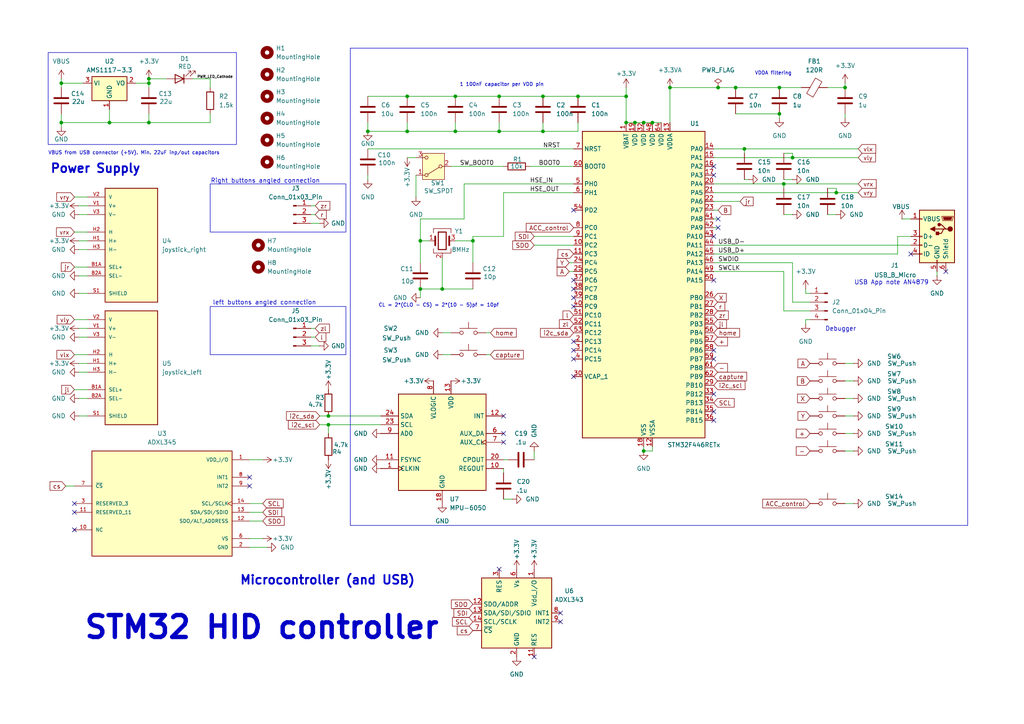
<source format=kicad_sch>
(kicad_sch (version 20250114) (generator "eeschema") (generator_version "9.0")
  (paper "A4")
  (title_block (title "STM32 HID Controller PCB") (date "1/7/26") (rev "0.1"))
  (rectangle (start 13.97 15.24) (end 68.58 41.91))
  (rectangle (start 101.6 13.97) (end 280.67 152.4))
  (rectangle (start 60.96 53.34) (end 100.33 67.31))
  (rectangle (start 60.96 88.9) (end 100.33 102.87))
  (text "1 100nF capacitor per VDD pin" (at 145.542 24.638 0) (effects (font (size 1.016 1.016))))
  (text "VDDA filtering" (at 224.282 21.336 0) (effects (font (size 1.016 1.016))))
  (text "Debugger\n" (at 243.84 95.504 0) (effects (font (size 1.27 1.27))))
  (text "Microcontroller (and USB)" (at 94.996 168.402 0) (effects (font (size 2.54 2.54) (thickness 0.508) (bold yes))))
  (text "Power Supply" (at 27.686 49.022 0) (effects (font (size 2.54 2.54) (thickness 0.508) (bold yes))))
  (text "CL = 2*(CLO - CS) = 2*(10 - 5)pf = 10pf" (at 127.254 88.646 0) (effects (font (size 1.016 1.016))))
  (text "USB App note AN4879" (at 258.572 82.042 0) (effects (font (size 1.27 1.27))))
  (text "left buttons angled connection\n" (at 76.708 87.884 0) (effects (font (size 1.27 1.27))))
  (text "Right buttons angled connection\n" (at 76.962 52.578 0) (effects (font (size 1.27 1.27))))
  (text "STM32 HID controller" (at 75.946 182.118 0) (effects (font (size 6.35 6.35) (thickness 1.27) (bold yes))))
  (text "VBUS from USB connector (+5V). Min. 22uF inp/out capacitors" (at 38.862 44.45 0) (effects (font (size 1.016 1.016))))
  (junction (at 17.78 35.56))
  (junction (at 137.16 69.85))
  (junction (at 17.78 24.13))
  (junction (at 128.27 83.82))
  (junction (at 157.48 27.94))
  (junction (at 118.11 27.94))
  (junction (at 43.18 35.56))
  (junction (at 181.61 35.56))
  (junction (at 106.68 38.1))
  (junction (at 121.92 69.85))
  (junction (at 167.64 27.94))
  (junction (at 215.9 43.18))
  (junction (at 226.06 25.4))
  (junction (at 132.08 38.1))
  (junction (at 181.61 27.94))
  (junction (at 118.11 38.1))
  (junction (at 184.15 35.56))
  (junction (at 132.08 27.94))
  (junction (at 242.57 55.88))
  (junction (at 144.78 38.1))
  (junction (at 43.18 22.86))
  (junction (at 194.31 25.4))
  (junction (at 31.75 35.56))
  (junction (at 189.23 35.56))
  (junction (at 227.33 53.34))
  (junction (at 144.78 27.94))
  (junction (at 226.06 33.02))
  (junction (at 208.28 25.4))
  (junction (at 186.69 130.81))
  (junction (at 121.92 83.82))
  (junction (at 157.48 38.1))
  (junction (at 213.36 25.4))
  (junction (at 95.25 120.65))
  (junction (at 245.11 25.4))
  (junction (at 43.18 24.13))
  (junction (at 95.25 123.19))
  (junction (at 229.87 45.72))
  (junction (at 186.69 35.56))
  (no_connect (at 207.01 104.14))
  (no_connect (at 154.94 190.5))
  (no_connect (at 72.39 140.97))
  (no_connect (at 207.01 50.8))
  (no_connect (at 146.05 128.27))
  (no_connect (at 144.78 165.1))
  (no_connect (at 21.59 153.67))
  (no_connect (at 207.01 81.28))
  (no_connect (at 208.28 63.5))
  (no_connect (at 166.37 83.82))
  (no_connect (at 274.32 78.74))
  (no_connect (at 166.37 99.06))
  (no_connect (at 264.16 73.66))
  (no_connect (at 166.37 81.28))
  (no_connect (at 207.01 68.58))
  (no_connect (at 72.39 138.43))
  (no_connect (at 166.37 104.14))
  (no_connect (at 21.59 148.59))
  (no_connect (at 207.01 101.6))
  (no_connect (at 146.05 125.73))
  (no_connect (at 166.37 109.22))
  (no_connect (at 21.59 146.05))
  (no_connect (at 162.56 180.34))
  (no_connect (at 208.28 66.04))
  (no_connect (at 166.37 101.6))
  (no_connect (at 166.37 88.9))
  (no_connect (at 207.01 114.3))
  (no_connect (at 162.56 177.8))
  (no_connect (at 146.05 120.65))
  (no_connect (at 207.01 121.92))
  (no_connect (at 166.37 60.96))
  (no_connect (at 207.01 119.38))
  (no_connect (at 166.37 86.36))
  (no_connect (at 207.01 48.26))
  (wire (pts (xy 90.17 64.77) (xy 92.71 64.77)))
  (wire (pts (xy 72.39 158.75) (xy 77.47 158.75)))
  (wire (pts (xy 167.64 27.94) (xy 181.61 27.94)))
  (wire (pts (xy 245.11 24.13) (xy 245.11 25.4)))
  (wire (pts (xy 76.2 151.13) (xy 72.39 151.13)))
  (wire (pts (xy 234.95 85.09) (xy 233.68 85.09)))
  (wire (pts (xy 92.71 123.19) (xy 95.25 123.19)))
  (wire (pts (xy 31.75 35.56) (xy 43.18 35.56)))
  (wire (pts (xy 118.11 45.72) (xy 120.65 45.72)))
  (wire (pts (xy 95.25 120.65) (xy 110.49 120.65)))
  (wire (pts (xy 215.9 52.07) (xy 217.17 52.07)))
  (wire (pts (xy 208.28 63.5) (xy 207.01 63.5)))
  (wire (pts (xy 245.11 130.81) (xy 247.65 130.81)))
  (wire (pts (xy 181.61 35.56) (xy 184.15 35.56)))
  (wire (pts (xy 120.65 50.8) (xy 120.65 57.15)))
  (wire (pts (xy 90.17 59.69) (xy 91.44 59.69)))
  (wire (pts (xy 106.68 50.8) (xy 106.68 52.07)))
  (wire (pts (xy 208.28 25.4) (xy 213.36 25.4)))
  (wire (pts (xy 208.28 66.04) (xy 207.01 66.04)))
  (wire (pts (xy 137.16 69.85) (xy 137.16 76.2)))
  (wire (pts (xy 128.27 96.52) (xy 130.81 96.52)))
  (wire (pts (xy 22.86 85.09) (xy 25.4 85.09)))
  (wire (pts (xy 229.87 45.72) (xy 229.87 44.45)))
  (wire (pts (xy 240.03 25.4) (xy 245.11 25.4)))
  (wire (pts (xy 207.01 58.42) (xy 214.63 58.42)))
  (wire (pts (xy 118.11 27.94) (xy 132.08 27.94)))
  (wire (pts (xy 165.1 78.74) (xy 166.37 78.74)))
  (wire (pts (xy 22.86 105.41) (xy 25.4 105.41)))
  (wire (pts (xy 194.31 25.4) (xy 194.31 35.56)))
  (wire (pts (xy 245.11 120.65) (xy 247.65 120.65)))
  (wire (pts (xy 154.94 71.12) (xy 166.37 71.12)))
  (wire (pts (xy 76.2 146.05) (xy 72.39 146.05)))
  (wire (pts (xy 146.05 55.88) (xy 166.37 55.88)))
  (wire (pts (xy 106.68 43.18) (xy 166.37 43.18)))
  (wire (pts (xy 21.59 102.87) (xy 25.4 102.87)))
  (wire (pts (xy 90.17 100.33) (xy 92.71 100.33)))
  (wire (pts (xy 229.87 45.72) (xy 248.92 45.72)))
  (wire (pts (xy 132.08 38.1) (xy 144.78 38.1)))
  (wire (pts (xy 140.97 96.52) (xy 142.24 96.52)))
  (wire (pts (xy 22.86 115.57) (xy 25.4 115.57)))
  (wire (pts (xy 186.69 129.54) (xy 186.69 130.81)))
  (wire (pts (xy 121.92 69.85) (xy 121.92 76.2)))
  (wire (pts (xy 21.59 77.47) (xy 25.4 77.47)))
  (wire (pts (xy 17.78 35.56) (xy 31.75 35.56)))
  (wire (pts (xy 153.67 48.26) (xy 166.37 48.26)))
  (wire (pts (xy 128.27 74.93) (xy 128.27 83.82)))
  (wire (pts (xy 154.94 133.35) (xy 154.94 130.81)))
  (wire (pts (xy 189.23 35.56) (xy 191.77 35.56)))
  (wire (pts (xy 17.78 33.02) (xy 17.78 35.56)))
  (wire (pts (xy 106.68 27.94) (xy 118.11 27.94)))
  (wire (pts (xy 229.87 76.2) (xy 229.87 87.63)))
  (wire (pts (xy 22.86 107.95) (xy 25.4 107.95)))
  (wire (pts (xy 234.95 92.71) (xy 233.68 92.71)))
  (wire (pts (xy 121.92 83.82) (xy 121.92 86.36)))
  (wire (pts (xy 22.86 95.25) (xy 25.4 95.25)))
  (wire (pts (xy 22.86 62.23) (xy 25.4 62.23)))
  (wire (pts (xy 21.59 67.31) (xy 25.4 67.31)))
  (wire (pts (xy 260.35 73.66) (xy 260.35 68.58)))
  (wire (pts (xy 43.18 22.86) (xy 43.18 24.13)))
  (wire (pts (xy 240.03 62.23) (xy 242.57 62.23)))
  (wire (pts (xy 215.9 43.18) (xy 215.9 44.45)))
  (wire (pts (xy 227.33 78.74) (xy 227.33 90.17)))
  (wire (pts (xy 17.78 24.13) (xy 24.13 24.13)))
  (wire (pts (xy 21.59 113.03) (xy 25.4 113.03)))
  (wire (pts (xy 189.23 130.81) (xy 189.23 129.54)))
  (wire (pts (xy 128.27 83.82) (xy 137.16 83.82)))
  (wire (pts (xy 154.94 68.58) (xy 166.37 68.58)))
  (wire (pts (xy 17.78 22.86) (xy 17.78 24.13)))
  (wire (pts (xy 22.86 97.79) (xy 25.4 97.79)))
  (wire (pts (xy 157.48 38.1) (xy 167.64 38.1)))
  (wire (pts (xy 31.75 31.75) (xy 31.75 35.56)))
  (wire (pts (xy 242.57 55.88) (xy 248.92 55.88)))
  (wire (pts (xy 124.46 69.85) (xy 121.92 69.85)))
  (wire (pts (xy 245.11 105.41) (xy 247.65 105.41)))
  (wire (pts (xy 146.05 55.88) (xy 146.05 68.58)))
  (wire (pts (xy 121.92 83.82) (xy 128.27 83.82)))
  (wire (pts (xy 260.35 68.58) (xy 264.16 68.58)))
  (wire (pts (xy 227.33 53.34) (xy 227.33 54.61)))
  (wire (pts (xy 245.11 125.73) (xy 247.65 125.73)))
  (wire (pts (xy 157.48 35.56) (xy 157.48 38.1)))
  (wire (pts (xy 95.25 123.19) (xy 95.25 125.73)))
  (wire (pts (xy 181.61 27.94) (xy 181.61 35.56)))
  (wire (pts (xy 22.86 72.39) (xy 25.4 72.39)))
  (wire (pts (xy 140.97 102.87) (xy 142.24 102.87)))
  (wire (pts (xy 229.87 87.63) (xy 234.95 87.63)))
  (wire (pts (xy 121.92 63.5) (xy 134.62 63.5)))
  (wire (pts (xy 207.01 53.34) (xy 227.33 53.34)))
  (wire (pts (xy 76.2 156.21) (xy 72.39 156.21)))
  (wire (pts (xy 22.86 59.69) (xy 25.4 59.69)))
  (wire (pts (xy 186.69 130.81) (xy 189.23 130.81)))
  (wire (pts (xy 43.18 22.86) (xy 48.26 22.86)))
  (wire (pts (xy 207.01 55.88) (xy 242.57 55.88)))
  (wire (pts (xy 137.16 68.58) (xy 146.05 68.58)))
  (wire (pts (xy 213.36 33.02) (xy 226.06 33.02)))
  (wire (pts (xy 207.01 43.18) (xy 215.9 43.18)))
  (wire (pts (xy 137.16 68.58) (xy 137.16 69.85)))
  (wire (pts (xy 227.33 62.23) (xy 229.87 62.23)))
  (wire (pts (xy 90.17 97.79) (xy 91.44 97.79)))
  (wire (pts (xy 215.9 43.18) (xy 248.92 43.18)))
  (wire (pts (xy 245.11 115.57) (xy 247.65 115.57)))
  (wire (pts (xy 106.68 35.56) (xy 106.68 38.1)))
  (wire (pts (xy 194.31 25.4) (xy 208.28 25.4)))
  (wire (pts (xy 242.57 54.61) (xy 242.57 55.88)))
  (wire (pts (xy 233.68 92.71) (xy 233.68 93.98)))
  (wire (pts (xy 227.33 90.17) (xy 234.95 90.17)))
  (wire (pts (xy 261.62 63.5) (xy 264.16 63.5)))
  (wire (pts (xy 118.11 38.1) (xy 132.08 38.1)))
  (wire (pts (xy 226.06 25.4) (xy 232.41 25.4)))
  (wire (pts (xy 233.68 83.82) (xy 233.68 85.09)))
  (wire (pts (xy 130.81 48.26) (xy 146.05 48.26)))
  (wire (pts (xy 134.62 53.34) (xy 166.37 53.34)))
  (wire (pts (xy 21.59 92.71) (xy 25.4 92.71)))
  (wire (pts (xy 207.01 45.72) (xy 229.87 45.72)))
  (wire (pts (xy 76.2 148.59) (xy 72.39 148.59)))
  (wire (pts (xy 240.03 54.61) (xy 242.57 54.61)))
  (wire (pts (xy 229.87 44.45) (xy 227.33 44.45)))
  (wire (pts (xy 207.01 78.74) (xy 227.33 78.74)))
  (wire (pts (xy 165.1 76.2) (xy 166.37 76.2)))
  (wire (pts (xy 60.96 22.86) (xy 55.88 22.86)))
  (wire (pts (xy 106.68 38.1) (xy 118.11 38.1)))
  (wire (pts (xy 132.08 69.85) (xy 137.16 69.85)))
  (wire (pts (xy 21.59 57.15) (xy 25.4 57.15)))
  (wire (pts (xy 146.05 135.89) (xy 146.05 137.16)))
  (wire (pts (xy 121.92 69.85) (xy 121.92 63.5)))
  (wire (pts (xy 95.25 123.19) (xy 110.49 123.19)))
  (wire (pts (xy 207.01 60.96) (xy 208.28 60.96)))
  (wire (pts (xy 39.37 24.13) (xy 43.18 24.13)))
  (wire (pts (xy 226.06 33.02) (xy 226.06 34.29)))
  (wire (pts (xy 144.78 35.56) (xy 144.78 38.1)))
  (wire (pts (xy 22.86 80.01) (xy 25.4 80.01)))
  (wire (pts (xy 22.86 120.65) (xy 25.4 120.65)))
  (wire (pts (xy 245.11 110.49) (xy 247.65 110.49)))
  (wire (pts (xy 43.18 25.4) (xy 43.18 24.13)))
  (wire (pts (xy 144.78 38.1) (xy 157.48 38.1)))
  (wire (pts (xy 184.15 35.56) (xy 186.69 35.56)))
  (wire (pts (xy 207.01 71.12) (xy 264.16 71.12)))
  (wire (pts (xy 146.05 133.35) (xy 147.32 133.35)))
  (wire (pts (xy 60.96 22.86) (xy 60.96 25.4)))
  (wire (pts (xy 245.11 146.05) (xy 247.65 146.05)))
  (wire (pts (xy 132.08 27.94) (xy 144.78 27.94)))
  (wire (pts (xy 90.17 95.25) (xy 91.44 95.25)))
  (wire (pts (xy 271.78 78.74) (xy 271.78 80.01)))
  (wire (pts (xy 245.11 33.02) (xy 245.11 34.29)))
  (wire (pts (xy 132.08 35.56) (xy 132.08 38.1)))
  (wire (pts (xy 60.96 35.56) (xy 43.18 35.56)))
  (wire (pts (xy 144.78 27.94) (xy 157.48 27.94)))
  (wire (pts (xy 90.17 62.23) (xy 91.44 62.23)))
  (wire (pts (xy 17.78 25.4) (xy 17.78 24.13)))
  (wire (pts (xy 76.2 133.35) (xy 72.39 133.35)))
  (wire (pts (xy 227.33 53.34) (xy 248.92 53.34)))
  (wire (pts (xy 19.05 140.97) (xy 21.59 140.97)))
  (wire (pts (xy 207.01 73.66) (xy 260.35 73.66)))
  (wire (pts (xy 134.62 63.5) (xy 134.62 53.34)))
  (wire (pts (xy 43.18 35.56) (xy 43.18 33.02)))
  (wire (pts (xy 17.78 35.56) (xy 17.78 36.83)))
  (wire (pts (xy 118.11 35.56) (xy 118.11 38.1)))
  (wire (pts (xy 207.01 76.2) (xy 229.87 76.2)))
  (wire (pts (xy 167.64 35.56) (xy 167.64 38.1)))
  (wire (pts (xy 213.36 25.4) (xy 226.06 25.4)))
  (wire (pts (xy 157.48 27.94) (xy 167.64 27.94)))
  (wire (pts (xy 181.61 25.4) (xy 181.61 27.94)))
  (wire (pts (xy 186.69 35.56) (xy 189.23 35.56)))
  (wire (pts (xy 92.71 120.65) (xy 95.25 120.65)))
  (wire (pts (xy 146.05 144.78) (xy 148.59 144.78)))
  (wire (pts (xy 128.27 102.87) (xy 130.81 102.87)))
  (wire (pts (xy 60.96 33.02) (xy 60.96 35.56)))
  (wire (pts (xy 22.86 69.85) (xy 25.4 69.85)))
  (wire (pts (xy 227.33 52.07) (xy 229.87 52.07)))
  (label "BOOT0" (at 156.21 48.26 0))
  (label "USB_D-" (at 208.28 71.12 0))
  (label "SWCLK" (at 208.28 78.74 0))
  (label "SWDIO" (at 208.28 76.2 0))
  (label "USB_D+" (at 208.28 73.66 0))
  (label "NRST" (at 157.48 43.18 0))
  (label "PWR_LED_Cathode" (at 57.15 22.86 0) (effects (font (size 0.762 0.762))))
  (label "HSE_OUT" (at 153.67 55.88 0))
  (label "SW_BOOT0" (at 133.35 48.26 0))
  (label "HSE_IN" (at 153.67 53.34 0))
  (global_label "l" (shape input) (at 166.37 91.44 180) (property "Intersheetrefs" "${INTERSHEET_REFS}" (effects (hide yes))))
  (global_label "jl" (shape input) (at 207.01 93.98 0) (property "Intersheetrefs" "${INTERSHEET_REFS}" (effects (hide yes))))
  (global_label "SDO" (shape input) (at 76.2 151.13 0) (property "Intersheetrefs" "${INTERSHEET_REFS}" (effects (hide yes))))
  (global_label "+" (shape input) (at 207.01 99.06 0) (property "Intersheetrefs" "${INTERSHEET_REFS}" (effects (hide yes))))
  (global_label "SDO" (shape input) (at 154.94 71.12 180) (property "Intersheetrefs" "${INTERSHEET_REFS}" (effects (hide yes))))
  (global_label "A" (shape input) (at 234.95 105.41 180) (property "Intersheetrefs" "${INTERSHEET_REFS}" (effects (hide yes))))
  (global_label "B" (shape input) (at 234.95 110.49 180) (property "Intersheetrefs" "${INTERSHEET_REFS}" (effects (hide yes))))
  (global_label "home" (shape input) (at 142.24 96.52 0) (property "Intersheetrefs" "${INTERSHEET_REFS}" (effects (hide yes))))
  (global_label "vrx" (shape input) (at 248.92 53.34 0) (property "Intersheetrefs" "${INTERSHEET_REFS}" (effects (hide yes))))
  (global_label "i2c_scl" (shape input) (at 207.01 111.76 0) (property "Intersheetrefs" "${INTERSHEET_REFS}" (effects (hide yes))))
  (global_label "cs" (shape input) (at 19.05 140.97 180) (property "Intersheetrefs" "${INTERSHEET_REFS}" (effects (hide yes))))
  (global_label "vry" (shape input) (at 248.92 55.88 0) (property "Intersheetrefs" "${INTERSHEET_REFS}" (effects (hide yes))))
  (global_label "vlx" (shape input) (at 21.59 102.87 180) (property "Intersheetrefs" "${INTERSHEET_REFS}" (effects (hide yes))))
  (global_label "r" (shape input) (at 207.01 88.9 0) (property "Intersheetrefs" "${INTERSHEET_REFS}" (effects (hide yes))))
  (global_label "SCL" (shape input) (at 207.01 116.84 0) (property "Intersheetrefs" "${INTERSHEET_REFS}" (effects (hide yes))))
  (global_label "vly" (shape input) (at 248.92 45.72 0) (property "Intersheetrefs" "${INTERSHEET_REFS}" (effects (hide yes))))
  (global_label "SDI" (shape input) (at 154.94 68.58 180) (property "Intersheetrefs" "${INTERSHEET_REFS}" (effects (hide yes))))
  (global_label "r" (shape input) (at 91.44 62.23 0) (property "Intersheetrefs" "${INTERSHEET_REFS}" (effects (hide yes))))
  (global_label "jr" (shape input) (at 214.63 58.42 0) (property "Intersheetrefs" "${INTERSHEET_REFS}" (effects (hide yes))))
  (global_label "SCL" (shape input) (at 76.2 146.05 0) (property "Intersheetrefs" "${INTERSHEET_REFS}" (effects (hide yes))))
  (global_label "SDO" (shape input) (at 137.16 175.26 180) (property "Intersheetrefs" "${INTERSHEET_REFS}" (effects (hide yes))))
  (global_label "jl" (shape input) (at 21.59 113.03 180) (property "Intersheetrefs" "${INTERSHEET_REFS}" (effects (hide yes))))
  (global_label "i2c_sda" (shape input) (at 92.71 120.65 180) (property "Intersheetrefs" "${INTERSHEET_REFS}" (effects (hide yes))))
  (global_label "zr" (shape input) (at 207.01 91.44 0) (property "Intersheetrefs" "${INTERSHEET_REFS}" (effects (hide yes))))
  (global_label "vlx" (shape input) (at 248.92 43.18 0) (property "Intersheetrefs" "${INTERSHEET_REFS}" (effects (hide yes))))
  (global_label "ACC_control" (shape input) (at 234.95 146.05 180) (property "Intersheetrefs" "${INTERSHEET_REFS}" (effects (hide yes))))
  (global_label "zr" (shape input) (at 91.44 59.69 0) (property "Intersheetrefs" "${INTERSHEET_REFS}" (effects (hide yes))))
  (global_label "Y" (shape input) (at 165.1 76.2 180) (property "Intersheetrefs" "${INTERSHEET_REFS}" (effects (hide yes))))
  (global_label "i2c_scl" (shape input) (at 92.71 123.19 180) (property "Intersheetrefs" "${INTERSHEET_REFS}" (effects (hide yes))))
  (global_label "vry" (shape input) (at 21.59 57.15 180) (property "Intersheetrefs" "${INTERSHEET_REFS}" (effects (hide yes))))
  (global_label "zl" (shape input) (at 166.37 93.98 180) (property "Intersheetrefs" "${INTERSHEET_REFS}" (effects (hide yes))))
  (global_label "l" (shape input) (at 91.44 97.79 0) (property "Intersheetrefs" "${INTERSHEET_REFS}" (effects (hide yes))))
  (global_label "SCL" (shape input) (at 137.16 180.34 180) (property "Intersheetrefs" "${INTERSHEET_REFS}" (effects (hide yes))))
  (global_label "Y" (shape input) (at 234.95 120.65 180) (property "Intersheetrefs" "${INTERSHEET_REFS}" (effects (hide yes))))
  (global_label "B" (shape input) (at 208.28 60.96 0) (property "Intersheetrefs" "${INTERSHEET_REFS}" (effects (hide yes))))
  (global_label "SDI" (shape input) (at 76.2 148.59 0) (property "Intersheetrefs" "${INTERSHEET_REFS}" (effects (hide yes))))
  (global_label "zl" (shape input) (at 91.44 95.25 0) (property "Intersheetrefs" "${INTERSHEET_REFS}" (effects (hide yes))))
  (global_label "home" (shape input) (at 207.01 96.52 0) (property "Intersheetrefs" "${INTERSHEET_REFS}" (effects (hide yes))))
  (global_label "X" (shape input) (at 207.01 86.36 0) (property "Intersheetrefs" "${INTERSHEET_REFS}" (effects (hide yes))))
  (global_label "-" (shape input) (at 234.95 130.81 180) (property "Intersheetrefs" "${INTERSHEET_REFS}" (effects (hide yes))))
  (global_label "jr" (shape input) (at 21.59 77.47 180) (property "Intersheetrefs" "${INTERSHEET_REFS}" (effects (hide yes))))
  (global_label "X" (shape input) (at 234.95 115.57 180) (property "Intersheetrefs" "${INTERSHEET_REFS}" (effects (hide yes))))
  (global_label "vly" (shape input) (at 21.59 92.71 180) (property "Intersheetrefs" "${INTERSHEET_REFS}" (effects (hide yes))))
  (global_label "cs" (shape input) (at 137.16 182.88 180) (property "Intersheetrefs" "${INTERSHEET_REFS}" (effects (hide yes))))
  (global_label "cs" (shape input) (at 166.37 73.66 180) (property "Intersheetrefs" "${INTERSHEET_REFS}" (effects (hide yes))))
  (global_label "vrx" (shape input) (at 21.59 67.31 180) (property "Intersheetrefs" "${INTERSHEET_REFS}" (effects (hide yes))))
  (global_label "A" (shape input) (at 165.1 78.74 180) (property "Intersheetrefs" "${INTERSHEET_REFS}" (effects (hide yes))))
  (global_label "-" (shape input) (at 207.01 106.68 0) (property "Intersheetrefs" "${INTERSHEET_REFS}" (effects (hide yes))))
  (global_label "+" (shape input) (at 234.95 125.73 180) (property "Intersheetrefs" "${INTERSHEET_REFS}" (effects (hide yes))))
  (global_label "SDI" (shape input) (at 137.16 177.8 180) (property "Intersheetrefs" "${INTERSHEET_REFS}" (effects (hide yes))))
  (global_label "capture" (shape input) (at 207.01 109.22 0) (property "Intersheetrefs" "${INTERSHEET_REFS}" (effects (hide yes))))
  (global_label "ACC_control" (shape input) (at 166.37 66.04 180) (property "Intersheetrefs" "${INTERSHEET_REFS}" (effects (hide yes))))
  (global_label "capture" (shape input) (at 142.24 102.87 0) (property "Intersheetrefs" "${INTERSHEET_REFS}" (effects (hide yes))))
  (global_label "i2c_sda" (shape input) (at 166.37 96.52 180) (property "Intersheetrefs" "${INTERSHEET_REFS}" (effects (hide yes))))
  (symbol (lib_id "power:GND") (at 22.86 85.09 270) (unit 1)
    (property "Reference" "#PWR026" (effects (hide yes)))
    (property "Value" "GND" (at 19.05 85.0899 90) (effects (justify right)))
    (property "Description" "Power symbol creates a global label with name \"GND\" , ground" (effects (hide yes)))
  )
  (symbol (lib_id "power:GND") (at 149.86 190.5 0) (unit 1)
    (property "Reference" "#PWR019" (effects (hide yes)))
    (property "Value" "GND" (at 149.86 195.58 0))
    (property "Description" "Power symbol creates a global label with name \"GND\" , ground" (effects (hide yes)))
  )
  (symbol (lib_id "power:GND") (at 92.71 64.77 90) (unit 1)
    (property "Reference" "#PWR052" (effects (hide yes)))
    (property "Value" "GND" (at 96.012 64.77 90) (effects (justify right)))
    (property "Description" "Power symbol creates a global label with name \"GND\" , ground" (effects (hide yes)))
  )
  (symbol (lib_id "power:GND") (at 186.69 130.81 0) (unit 1)
    (property "Reference" "#PWR01" (effects (hide yes)))
    (property "Value" "GND" (at 186.69 135.89 0))
    (property "Description" "Power symbol creates a global label with name \"GND\" , ground" (effects (hide yes)))
  )
  (symbol (lib_id "power:GND") (at 226.06 34.29 0) (unit 1)
    (property "Reference" "#PWR05" (effects (hide yes)))
    (property "Value" "GND" (at 226.06 39.37 0))
    (property "Description" "Power symbol creates a global label with name \"GND\" , ground" (effects (hide yes)))
  )
  (symbol (lib_id "power:GND") (at 106.68 52.07 0) (unit 1)
    (property "Reference" "#PWR08" (effects (hide yes)))
    (property "Value" "GND" (at 106.68 57.15 0))
    (property "Description" "Power symbol creates a global label with name \"GND\" , ground" (effects (hide yes)))
  )
  (symbol (lib_id "power:GND") (at 128.27 102.87 270) (unit 1)
    (property "Reference" "#PWR017" (effects (hide yes)))
    (property "Value" "GND" (at 124.46 102.8699 90) (effects (justify right)))
    (property "Description" "Power symbol creates a global label with name \"GND\" , ground" (effects (hide yes)))
  )
  (symbol (lib_id "Switch:SW_Push") (at 240.03 125.73 0) (unit 1)
    (property "Reference" "SW10" (at 259.334 123.698 0))
    (property "Value" "SW_Push" (at 261.62 125.73 0))
    (property "Footprint" "Button_Switch_THT:SW_PUSH_6mm" (effects (hide yes)))
    (property "Description" "Push button switch, generic, two pins" (effects (hide yes)))
  )
  (symbol (lib_id "Switch:SW_Push") (at 135.89 102.87 0) (unit 1)
    (property "Reference" "SW3" (at 113.284 101.6 0))
    (property "Value" "SW_Push" (at 115.062 104.394 0))
    (property "Footprint" "Button_Switch_THT:SW_PUSH_6mm" (effects (hide yes)))
    (property "Description" "Push button switch, generic, two pins" (effects (hide yes)))
  )
  (symbol (lib_id "power:+3.3VA") (at 194.31 25.4 0) (unit 1)
    (property "Reference" "#PWR04" (effects (hide yes)))
    (property "Value" "+3.3VA" (at 194.31 20.32 0))
    (property "Description" "Power symbol creates a global label with name \"+3.3VA\"" (effects (hide yes)))
  )
  (symbol (lib_id "power:GND") (at 17.78 36.83 0) (unit 1)
    (property "Reference" "#PWR033" (effects (hide yes)))
    (property "Value" "GND" (at 17.78 40.386 0))
    (property "Description" "Power symbol creates a global label with name \"GND\" , ground" (effects (hide yes)))
  )
  (symbol (lib_id "power:GND") (at 22.86 80.01 270) (unit 1)
    (property "Reference" "#PWR043" (effects (hide yes)))
    (property "Value" "GND" (at 19.05 80.0099 90) (effects (justify right)))
    (property "Description" "Power symbol creates a global label with name \"GND\" , ground" (effects (hide yes)))
  )
  (symbol (lib_id "power:GND") (at 242.57 62.23 90) (unit 1)
    (property "Reference" "#PWR038" (effects (hide yes)))
    (property "Value" "GND" (at 246.38 62.2299 90) (effects (justify right)))
    (property "Description" "Power symbol creates a global label with name \"GND\" , ground" (effects (hide yes)))
  )
  (symbol (lib_id "power:GND") (at 128.27 96.52 270) (unit 1)
    (property "Reference" "#PWR016" (effects (hide yes)))
    (property "Value" "GND" (at 124.46 96.5199 90) (effects (justify right)))
    (property "Description" "Power symbol creates a global label with name \"GND\" , ground" (effects (hide yes)))
  )
  (symbol (lib_id "power:GND") (at 247.65 105.41 90) (unit 1)
    (property "Reference" "#PWR020" (effects (hide yes)))
    (property "Value" "GND" (at 251.46 105.4099 90) (effects (justify right)))
    (property "Description" "Power symbol creates a global label with name \"GND\" , ground" (effects (hide yes)))
  )
  (symbol (lib_id "Mechanical:MountingHole") (at 77.47 46.99 0) (unit 1) (in_bom no)
    (property "Reference" "H6" (at 80.01 45.7199 0) (effects (justify left)))
    (property "Value" "MountingHole" (at 80.01 48.2599 0) (effects (justify left)))
    (property "Footprint" "MountingHole:MountingHole_3.2mm_M3" (effects (hide yes)))
    (property "Description" "Mounting Hole without connection" (effects (hide yes)))
  )
  (symbol (lib_id "power:+3.3V") (at 118.11 45.72 180) (unit 1)
    (property "Reference" "#PWR010" (effects (hide yes)))
    (property "Value" "+3.3V" (at 118.11 48.514 90) (effects (justify left)))
    (property "Description" "Power symbol creates a global label with name \"+3.3V\"" (effects (hide yes)))
  )
  (symbol (lib_id "Device:C") (at 151.13 133.35 90) (unit 1)
    (property "Reference" "C19" (at 151.13 125.73 90))
    (property "Value" ".1u" (at 151.13 128.27 90))
    (property "Footprint" "Capacitor_SMD:C_0402_1005Metric" (effects (hide yes)))
    (property "Description" "Unpolarized capacitor" (effects (hide yes)))
  )
  (symbol (lib_id "power:GND") (at 22.86 107.95 270) (unit 1)
    (property "Reference" "#PWR049" (effects (hide yes)))
    (property "Value" "GND" (at 19.05 107.9499 90) (effects (justify right)))
    (property "Description" "Power symbol creates a global label with name \"GND\" , ground" (effects (hide yes)))
  )
  (symbol (lib_id "Device:C") (at 132.08 31.75 0) (unit 1)
    (property "Reference" "C4" (at 135.89 30.4799 0) (effects (justify left)))
    (property "Value" "100n" (at 135.89 33.0199 0) (effects (justify left)))
    (property "Footprint" "Capacitor_SMD:C_0402_1005Metric" (effects (hide yes)))
    (property "Description" "Unpolarized capacitor" (effects (hide yes)))
  )
  (symbol (lib_id "power:+3.3V") (at 154.94 165.1 0) (unit 1)
    (property "Reference" "#PWR027" (effects (hide yes)))
    (property "Value" "+3.3V" (at 154.94 162.306 90) (effects (justify left)))
    (property "Description" "Power symbol creates a global label with name \"+3.3V\"" (effects (hide yes)))
  )
  (symbol (lib_id "power:GND") (at 77.47 158.75 90) (unit 1)
    (property "Reference" "#PWR041" (effects (hide yes)))
    (property "Value" "GND" (at 81.28 158.7499 90) (effects (justify right)))
    (property "Description" "Power symbol creates a global label with name \"GND\" , ground" (effects (hide yes)))
  )
  (symbol (lib_id "Device:C") (at 17.78 29.21 0) (unit 1)
    (property "Reference" "C14" (at 20.574 27.178 0) (effects (justify left)))
    (property "Value" "22u" (at 20.828 29.464 0) (effects (justify left)))
    (property "Footprint" "Capacitor_SMD:C_0805_2012Metric" (effects (hide yes)))
    (property "Description" "Unpolarized capacitor" (effects (hide yes)))
  )
  (symbol (lib_id "Device:C") (at 106.68 46.99 0) (unit 1)
    (property "Reference" "C10" (at 109.474 44.958 0) (effects (justify left)))
    (property "Value" "100n" (at 109.728 47.244 0) (effects (justify left)))
    (property "Footprint" "Capacitor_SMD:C_0402_1005Metric" (effects (hide yes)))
    (property "Description" "Unpolarized capacitor" (effects (hide yes)))
  )
  (symbol (lib_id "Switch:SW_Push") (at 240.03 105.41 0) (unit 1)
    (property "Reference" "SW6" (at 259.334 103.378 0))
    (property "Value" "SW_Push" (at 261.62 105.41 0))
    (property "Footprint" "Button_Switch_THT:SW_PUSH-12mm_Wuerth-430476085716" (effects (hide yes)))
    (property "Description" "Push button switch, generic, two pins" (effects (hide yes)))
  )
  (symbol (lib_id "Switch:SW_Push") (at 240.03 146.05 0) (unit 1)
    (property "Reference" "SW14" (at 259.334 144.018 0))
    (property "Value" "SW_Push" (at 261.62 146.05 0))
    (property "Footprint" "Button_Switch_THT:SW_PUSH_6mm" (effects (hide yes)))
    (property "Description" "Push button switch, generic, two pins" (effects (hide yes)))
  )
  (symbol (lib_id "power:GND") (at 92.71 100.33 90) (unit 1)
    (property "Reference" "#PWR058" (effects (hide yes)))
    (property "Value" "GND" (at 96.012 100.33 90) (effects (justify right)))
    (property "Description" "Power symbol creates a global label with name \"GND\" , ground" (effects (hide yes)))
  )
  (symbol (lib_id "Device:C") (at 213.36 29.21 0) (unit 1)
    (property "Reference" "C7" (at 217.17 27.9399 0) (effects (justify left)))
    (property "Value" "10n" (at 217.17 30.4799 0) (effects (justify left)))
    (property "Footprint" "Capacitor_SMD:C_0402_1005Metric" (effects (hide yes)))
    (property "Description" "Unpolarized capacitor" (effects (hide yes)))
  )
  (symbol (lib_id "Device:C") (at 118.11 31.75 0) (unit 1)
    (property "Reference" "C5" (at 121.92 30.4799 0) (effects (justify left)))
    (property "Value" "100n" (at 121.92 33.0199 0) (effects (justify left)))
    (property "Footprint" "Capacitor_SMD:C_0402_1005Metric" (effects (hide yes)))
    (property "Description" "Unpolarized capacitor" (effects (hide yes)))
  )
  (symbol (lib_id "power:GND") (at 128.27 146.05 0) (unit 1)
    (property "Reference" "#PWR039" (effects (hide yes)))
    (property "Value" "GND" (at 128.27 151.13 0))
    (property "Description" "Power symbol creates a global label with name \"GND\" , ground" (effects (hide yes)))
  )
  (symbol (lib_id "Switch:SW_Push") (at 240.03 120.65 0) (unit 1)
    (property "Reference" "SW9" (at 259.334 118.618 0))
    (property "Value" "SW_Push" (at 261.62 120.65 0))
    (property "Footprint" "Button_Switch_THT:SW_PUSH-12mm_Wuerth-430476085716" (effects (hide yes)))
    (property "Description" "Push button switch, generic, two pins" (effects (hide yes)))
  )
  (symbol (lib_id "Switch:SW_Push") (at 240.03 130.81 0) (unit 1)
    (property "Reference" "SW11" (at 259.334 128.778 0))
    (property "Value" "SW_Push" (at 261.62 130.81 0))
    (property "Footprint" "Button_Switch_THT:SW_PUSH_6mm" (effects (hide yes)))
    (property "Description" "Push button switch, generic, two pins" (effects (hide yes)))
  )
  (symbol (lib_id "power:GND") (at 121.92 86.36 270) (unit 1)
    (property "Reference" "#PWR011" (effects (hide yes)))
    (property "Value" "GND" (at 118.11 86.3599 90) (effects (justify right)))
    (property "Description" "Power symbol creates a global label with name \"GND\" , ground" (effects (hide yes)))
  )
  (symbol (lib_id "power:+3.3V") (at 76.2 133.35 270) (unit 1)
    (property "Reference" "#PWR029" (effects (hide yes)))
    (property "Value" "+3.3V" (at 78.994 133.35 90) (effects (justify left)))
    (property "Description" "Power symbol creates a global label with name \"+3.3V\"" (effects (hide yes)))
  )
  (symbol (lib_id "power:VBUS") (at 17.78 22.86 0) (unit 1)
    (property "Reference" "#PWR034" (effects (hide yes)))
    (property "Value" "VBUS" (at 17.78 17.78 0))
    (property "Description" "Power symbol creates a global label with name \"VBUS\"" (effects (hide yes)))
  )
  (symbol (lib_id "power:+3.3V") (at 125.73 110.49 90) (unit 1)
    (property "Reference" "#PWR054" (effects (hide yes)))
    (property "Value" "+3.3V" (at 122.936 110.49 90) (effects (justify left)))
    (property "Description" "Power symbol creates a global label with name \"+3.3V\"" (effects (hide yes)))
  )
  (symbol (lib_id "Sensor_Motion:ADXL343") (at 149.86 177.8 0) (unit 1)
    (property "Reference" "U6" (at 165.1 171.3798 0))
    (property "Value" "ADXL343" (at 165.1 173.9198 0))
    (property "Footprint" "Package_LGA:LGA-14_3x5mm_P0.8mm_LayoutBorder1x6y" (effects (hide yes)))
    (property "Datasheet" "https://www.analog.com/media/en/technical-documentation/data-sheets/ADXL343.pdf" (effects (hide yes)))
    (property "Description" "3-Axis MEMS Accelerometer, 2/4/8/16g range, I2C/SPI, LGA-14" (effects (hide yes)))
  )
  (symbol (lib_id "power:GND") (at 247.65 115.57 90) (unit 1)
    (property "Reference" "#PWR022" (effects (hide yes)))
    (property "Value" "GND" (at 251.46 115.5699 90) (effects (justify right)))
    (property "Description" "Power symbol creates a global label with name \"GND\" , ground" (effects (hide yes)))
  )
  (symbol (lib_id "power:GND") (at 148.59 144.78 90) (unit 1)
    (property "Reference" "#PWR059" (effects (hide yes)))
    (property "Value" "GND" (at 152.4 144.7799 90) (effects (justify right)))
    (property "Description" "Power symbol creates a global label with name \"GND\" , ground" (effects (hide yes)))
  )
  (symbol (lib_id "Device:C") (at 144.78 31.75 0) (unit 1)
    (property "Reference" "C3" (at 148.59 30.4799 0) (effects (justify left)))
    (property "Value" "100n" (at 148.59 33.0199 0) (effects (justify left)))
    (property "Footprint" "Capacitor_SMD:C_0402_1005Metric" (effects (hide yes)))
    (property "Description" "Unpolarized capacitor" (effects (hide yes)))
  )
  (symbol (lib_id "power:GND") (at 229.87 62.23 90) (unit 1)
    (property "Reference" "#PWR037" (effects (hide yes)))
    (property "Value" "GND" (at 233.68 62.2299 90) (effects (justify right)))
    (property "Description" "Power symbol creates a global label with name \"GND\" , ground" (effects (hide yes)))
  )
  (symbol (lib_id "Mechanical:MountingHole") (at 74.93 71.12 0) (unit 1) (in_bom no)
    (property "Reference" "H7" (at 77.47 69.8499 0) (effects (justify left)))
    (property "Value" "MountingHole" (at 77.47 72.3899 0) (effects (justify left)))
    (property "Footprint" "MountingHole:MountingHole_2.2mm_M2" (effects (hide yes)))
    (property "Description" "Mounting Hole without connection" (effects (hide yes)))
  )
  (symbol (lib_id "Mechanical:MountingHole") (at 77.47 21.59 0) (unit 1) (in_bom no)
    (property "Reference" "H2" (at 80.01 20.3199 0) (effects (justify left)))
    (property "Value" "MountingHole" (at 80.01 22.8599 0) (effects (justify left)))
    (property "Footprint" "MountingHole:MountingHole_3.2mm_M3" (effects (hide yes)))
    (property "Description" "Mounting Hole without connection" (effects (hide yes)))
  )
  (symbol (lib_id "COM-09032:COM-09032") (at 38.1 69.85 0) (unit 1)
    (property "Reference" "U4" (at 46.99 69.8499 0) (effects (justify left)))
    (property "Value" "joystick_right" (at 46.99 72.3899 0) (effects (justify left)))
    (property "Footprint" "COM-09032:XDCR_COM-09032" (effects (hide yes)))
    (property "MF" "SparkFun Electronics" (effects (hide yes)))
    (property "MAXIMUM_PACKAGE_HEIGHT" "30.1mm" (effects (hide yes)))
    (property "Package" "Package" (effects (hide yes)))
    (property "Price" "None" (effects (hide yes)))
    (property "Check_prices" "https://www.snapeda.com/parts/COM-09032/SparkFun/view-part/?ref=eda" (effects (hide yes)))
    (property "STANDARD" "Manufacturer Recommendations" (effects (hide yes)))
    (property "PARTREV" "N/A" (effects (hide yes)))
    (property "SnapEDA_Link" "https://www.snapeda.com/parts/COM-09032/SparkFun/view-part/?ref=snap" (effects (hide yes)))
    (property "MP" "COM-09032" (effects (hide yes)))
    (property "Purchase-URL" "https://www.snapeda.com/api/url_track_click_mouser/?unipart_id=888157&manufacturer=SparkFun Electronics&part_name=COM-09032&search_term=joystick" (effects (hide yes)))
    (property "Description_1" "Joystick, 2 - Axis Analog (Resistive) Output" (effects (hide yes)))
    (property "Availability" "Not in stock" (effects (hide yes)))
    (property "MANUFACTURER" "SparkFun Electronics" (effects (hide yes)))
  )
  (symbol (lib_id "power:GND") (at 22.86 115.57 270) (unit 1)
    (property "Reference" "#PWR050" (effects (hide yes)))
    (property "Value" "GND" (at 19.05 115.5699 90) (effects (justify right)))
    (property "Description" "Power symbol creates a global label with name \"GND\" , ground" (effects (hide yes)))
  )
  (symbol (lib_id "power:+3.3V") (at 43.18 22.86 0) (unit 1)
    (property "Reference" "#PWR035" (effects (hide yes)))
    (property "Value" "+3.3V" (at 43.18 17.78 0))
    (property "Description" "Power symbol creates a global label with name \"+3.3V\"" (effects (hide yes)))
  )
  (symbol (lib_id "power:GND") (at 271.78 80.01 0) (unit 1)
    (property "Reference" "#PWR012" (effects (hide yes)))
    (property "Value" "GND" (at 271.78 85.09 0))
    (property "Description" "Power symbol creates a global label with name \"GND\" , ground" (effects (hide yes)))
  )
  (symbol (lib_id "power:GND") (at 247.65 110.49 90) (unit 1)
    (property "Reference" "#PWR021" (effects (hide yes)))
    (property "Value" "GND" (at 251.46 110.4899 90) (effects (justify right)))
    (property "Description" "Power symbol creates a global label with name \"GND\" , ground" (effects (hide yes)))
  )
  (symbol (lib_id "Device:C") (at 157.48 31.75 0) (unit 1)
    (property "Reference" "C2" (at 161.29 30.4799 0) (effects (justify left)))
    (property "Value" "100n" (at 161.29 33.0199 0) (effects (justify left)))
    (property "Footprint" "Capacitor_SMD:C_0402_1005Metric" (effects (hide yes)))
    (property "Description" "Unpolarized capacitor" (effects (hide yes)))
  )
  (symbol (lib_id "Mechanical:MountingHole") (at 77.47 15.24 0) (unit 1) (in_bom no)
    (property "Reference" "H1" (at 80.01 13.9699 0) (effects (justify left)))
    (property "Value" "MountingHole" (at 80.01 16.5099 0) (effects (justify left)))
    (property "Footprint" "MountingHole:MountingHole_2.2mm_M2" (effects (hide yes)))
    (property "Description" "Mounting Hole without connection" (effects (hide yes)))
  )
  (symbol (lib_id "power:+3.3V") (at 233.68 83.82 0) (unit 1)
    (property "Reference" "#PWR014" (effects (hide yes)))
    (property "Value" "+3.3V" (at 233.68 78.74 0))
    (property "Description" "Power symbol creates a global label with name \"+3.3V\"" (effects (hide yes)))
  )
  (symbol (lib_id "power:+3.3V") (at 95.25 113.03 0) (unit 1)
    (property "Reference" "#PWR060" (effects (hide yes)))
    (property "Value" "+3.3V" (at 95.25 110.236 90) (effects (justify left)))
    (property "Description" "Power symbol creates a global label with name \"+3.3V\"" (effects (hide yes)))
  )
  (symbol (lib_id "Device:R") (at 95.25 116.84 0) (unit 1)
    (property "Reference" "R3" (at 91.44 115.316 0) (effects (justify left)))
    (property "Value" "4.7k" (at 89.408 117.348 0) (effects (justify left)))
    (property "Description" "Resistor" (effects (hide yes)))
  )
  (symbol (lib_id "power:GND") (at 247.65 120.65 90) (unit 1)
    (property "Reference" "#PWR023" (effects (hide yes)))
    (property "Value" "GND" (at 251.46 120.6499 90) (effects (justify right)))
    (property "Description" "Power symbol creates a global label with name \"GND\" , ground" (effects (hide yes)))
  )
  (symbol (lib_id "power:+3.3V") (at 22.86 69.85 90) (unit 1)
    (property "Reference" "#PWR044" (effects (hide yes)))
    (property "Value" "+3.3V" (at 20.066 69.85 90) (effects (justify left)))
    (property "Description" "Power symbol creates a global label with name \"+3.3V\"" (effects (hide yes)))
  )
  (symbol (lib_id "Connector:Conn_01x04_Pin") (at 240.03 87.63 0) (mirror y) (unit 1)
    (property "Reference" "J2" (at 241.3 87.6299 0) (effects (justify right)))
    (property "Value" "Conn_01x04_Pin" (at 241.3 90.1699 0) (effects (justify right)))
    (property "Footprint" "Connector_PinHeader_2.54mm:PinHeader_1x04_P2.54mm_Vertical" (effects (hide yes)))
    (property "Description" "Generic connector, single row, 01x04, script generated" (effects (hide yes)))
  )
  (symbol (lib_id "power:GND") (at 247.65 125.73 90) (unit 1)
    (property "Reference" "#PWR024" (effects (hide yes)))
    (property "Value" "GND" (at 251.46 125.7299 90) (effects (justify right)))
    (property "Description" "Power symbol creates a global label with name \"GND\" , ground" (effects (hide yes)))
  )
  (symbol (lib_id "Device:C") (at 106.68 31.75 0) (unit 1)
    (property "Reference" "C6" (at 110.49 30.4799 0) (effects (justify left)))
    (property "Value" "10u" (at 110.49 33.0199 0) (effects (justify left)))
    (property "Footprint" "Capacitor_SMD:C_0603_1608Metric" (effects (hide yes)))
    (property "Description" "Unpolarized capacitor" (effects (hide yes)))
  )
  (symbol (lib_id "Device:Crystal_GND24") (at 128.27 69.85 0) (unit 1)
    (property "Reference" "Y1" (at 133.096 67.056 0))
    (property "Value" "8MHz" (at 133.604 72.39 0))
    (property "Footprint" "Crystal:Crystal_SMD_3225-4Pin_3.2x2.5mm" (effects (hide yes)))
    (property "Description" "Four pin crystal, GND on pins 2 and 4" (effects (hide yes)))
    (property private "KLC_S3.3" "The rectangle is not a symbol body but a graphical element" (effects (hide yes)))
    (property private "KLC_S4.1" "Some pins are on 50mil grid to make the symbol small" (effects (hide yes)))
  )
  (symbol (lib_id "Device:C") (at 227.33 58.42 0) (unit 1)
    (property "Reference" "C17" (at 231.14 57.1499 0) (effects (justify left)))
    (property "Value" "10n" (at 231.14 59.6899 0) (effects (justify left)))
    (property "Footprint" "Capacitor_SMD:C_0402_1005Metric" (effects (hide yes)))
    (property "Description" "Unpolarized capacitor" (effects (hide yes)))
  )
  (symbol (lib_id "Switch:SW_SPDT") (at 125.73 48.26 180) (unit 1)
    (property "Reference" "SW1" (at 127 53.086 0))
    (property "Value" "SW_SPDT" (at 127.254 55.372 0))
    (property "Footprint" "Button_Switch_SMD:SW_SPDT_PCM12" (effects (hide yes)))
    (property "Description" "Switch, single pole double throw" (effects (hide yes)))
  )
  (symbol (lib_id "Device:C") (at 245.11 29.21 0) (unit 1)
    (property "Reference" "C9" (at 248.92 27.9399 0) (effects (justify left)))
    (property "Value" "1u" (at 248.92 30.48 0) (effects (justify left)))
    (property "Footprint" "Capacitor_SMD:C_0402_1005Metric" (effects (hide yes)))
    (property "Description" "Unpolarized capacitor" (effects (hide yes)))
  )
  (symbol (lib_id "Device:R") (at 149.86 48.26 90) (unit 1)
    (property "Reference" "R1" (at 150.114 46.228 90))
    (property "Value" "10k" (at 149.86 48.26 90))
    (property "Footprint" "Resistor_SMD:R_0402_1005Metric" (effects (hide yes)))
    (property "Description" "Resistor" (effects (hide yes)))
  )
  (symbol (lib_id "Device:C") (at 137.16 80.01 0) (unit 1)
    (property "Reference" "C12" (at 139.954 77.978 0) (effects (justify left)))
    (property "Value" "10p" (at 140.208 80.264 0) (effects (justify left)))
    (property "Footprint" "Capacitor_SMD:C_0402_1005Metric" (effects (hide yes)))
    (property "Description" "Unpolarized capacitor" (effects (hide yes)))
  )
  (symbol (lib_id "power:GND") (at 245.11 34.29 0) (unit 1)
    (property "Reference" "#PWR06" (effects (hide yes)))
    (property "Value" "GND" (at 245.11 39.37 0))
    (property "Description" "Power symbol creates a global label with name \"GND\" , ground" (effects (hide yes)))
  )
  (symbol (lib_id "Sensor_Motion:MPU-6050") (at 128.27 128.27 0) (unit 1)
    (property "Reference" "U7" (at 130.4133 144.78 0) (effects (justify left)))
    (property "Value" "MPU-6050" (at 130.4133 147.32 0) (effects (justify left)))
    (property "Footprint" "Sensor_Motion:InvenSense_QFN-24_4x4mm_P0.5mm" (effects (hide yes)))
    (property "Datasheet" "https://invensense.tdk.com/wp-content/uploads/2015/02/MPU-6000-Datasheet1.pdf" (effects (hide yes)))
    (property "Description" "InvenSense 6-Axis Motion Sensor, Gyroscope, Accelerometer, I2C" (effects (hide yes)))
  )
  (symbol (lib_id "Device:C") (at 227.33 48.26 0) (unit 1)
    (property "Reference" "C16" (at 231.14 46.9899 0) (effects (justify left)))
    (property "Value" "10n" (at 231.14 49.5299 0) (effects (justify left)))
    (property "Footprint" "Capacitor_SMD:C_0402_1005Metric" (effects (hide yes)))
    (property "Description" "Unpolarized capacitor" (effects (hide yes)))
  )
  (symbol (lib_id "power:+3.3V") (at 76.2 156.21 270) (unit 1)
    (property "Reference" "#PWR040" (effects (hide yes)))
    (property "Value" "+3.3V" (at 78.994 156.21 90) (effects (justify left)))
    (property "Description" "Power symbol creates a global label with name \"+3.3V\"" (effects (hide yes)))
  )
  (symbol (lib_id "Connector:Conn_01x03_Pin") (at 85.09 97.79 0) (unit 1)
    (property "Reference" "J5" (at 85.725 90.17 0))
    (property "Value" "Conn_01x03_Pin" (at 85.725 92.71 0))
    (property "Footprint" "Connector_JST:JST_EH_S3B-EH_1x03_P2.50mm_Horizontal" (effects (hide yes)))
    (property "Description" "Generic connector, single row, 01x03, script generated" (effects (hide yes)))
  )
  (symbol (lib_id "power:GND") (at 106.68 38.1 0) (unit 1)
    (property "Reference" "#PWR03" (effects (hide yes)))
    (property "Value" "GND" (at 106.68 41.656 0))
    (property "Description" "Power symbol creates a global label with name \"GND\" , ground" (effects (hide yes)))
  )
  (symbol (lib_id "power:+3.3V") (at 245.11 24.13 0) (unit 1)
    (property "Reference" "#PWR07" (effects (hide yes)))
    (property "Value" "+3.3V" (at 245.11 19.05 0))
    (property "Description" "Power symbol creates a global label with name \"+3.3V\"" (effects (hide yes)))
  )
  (symbol (lib_id "power:VBUS") (at 261.62 63.5 0) (unit 1)
    (property "Reference" "#PWR013" (effects (hide yes)))
    (property "Value" "VBUS" (at 261.366 59.944 0))
    (property "Description" "Power symbol creates a global label with name \"VBUS\"" (effects (hide yes)))
  )
  (symbol (lib_id "power:+3.3V") (at 130.81 110.49 270) (unit 1)
    (property "Reference" "#PWR032" (effects (hide yes)))
    (property "Value" "+3.3V" (at 133.604 110.49 90) (effects (justify left)))
    (property "Description" "Power symbol creates a global label with name \"+3.3V\"" (effects (hide yes)))
  )
  (symbol (lib_id "Device:C") (at 240.03 58.42 0) (unit 1)
    (property "Reference" "C18" (at 243.84 57.1499 0) (effects (justify left)))
    (property "Value" "10n" (at 243.84 59.6899 0) (effects (justify left)))
    (property "Footprint" "Capacitor_SMD:C_0402_1005Metric" (effects (hide yes)))
    (property "Description" "Unpolarized capacitor" (effects (hide yes)))
  )
  (symbol (lib_id "power:GND") (at 217.17 52.07 90) (unit 1)
    (property "Reference" "#PWR030" (effects (hide yes)))
    (property "Value" "GND" (at 220.98 52.0699 90) (effects (justify right)))
    (property "Description" "Power symbol creates a global label with name \"GND\" , ground" (effects (hide yes)))
  )
  (symbol (lib_id "power:GND") (at 229.87 52.07 90) (unit 1)
    (property "Reference" "#PWR031" (effects (hide yes)))
    (property "Value" "GND" (at 233.68 52.0699 90) (effects (justify right)))
    (property "Description" "Power symbol creates a global label with name \"GND\" , ground" (effects (hide yes)))
  )
  (symbol (lib_id "Switch:SW_Push") (at 240.03 110.49 0) (unit 1)
    (property "Reference" "SW7" (at 259.334 108.458 0))
    (property "Value" "SW_Push" (at 261.62 110.49 0))
    (property "Footprint" "Button_Switch_THT:SW_PUSH-12mm_Wuerth-430476085716" (effects (hide yes)))
    (property "Description" "Push button switch, generic, two pins" (effects (hide yes)))
  )
  (symbol (lib_id "power:GND") (at 120.65 57.15 0) (unit 1)
    (property "Reference" "#PWR09" (effects (hide yes)))
    (property "Value" "GND" (at 120.65 62.23 0))
    (property "Description" "Power symbol creates a global label with name \"GND\" , ground" (effects (hide yes)))
  )
  (symbol (lib_id "Device:C") (at 121.92 80.01 0) (unit 1)
    (property "Reference" "C11" (at 116.078 77.978 0) (effects (justify left)))
    (property "Value" "10p" (at 116.332 81.534 0) (effects (justify left)))
    (property "Footprint" "Capacitor_SMD:C_0402_1005Metric" (effects (hide yes)))
    (property "Description" "Unpolarized capacitor" (effects (hide yes)))
  )
  (symbol (lib_id "MCU_ST_STM32F4:STM32F446RETx") (at 186.69 83.82 0) (unit 1)
    (property "Reference" "U1" (at 200.152 35.814 0) (effects (justify left)))
    (property "Value" "STM32F446RETx" (at 193.548 129.032 0) (effects (justify left)))
    (property "Footprint" "Package_QFP:LQFP-64_10x10mm_P0.5mm" (effects (hide yes)))
    (property "Datasheet" "https://www.st.com/resource/en/datasheet/stm32f446re.pdf" (effects (hide yes)))
    (property "Description" "STMicroelectronics Arm Cortex-M4 MCU, 512KB flash, 128KB RAM, 180 MHz, 1.8-3.6V, 50 GPIO, LQFP64" (effects (hide yes)))
  )
  (symbol (lib_id "power:+3.3V") (at 22.86 59.69 90) (unit 1)
    (property "Reference" "#PWR045" (effects (hide yes)))
    (property "Value" "+3.3V" (at 20.066 59.69 90) (effects (justify left)))
    (property "Description" "Power symbol creates a global label with name \"+3.3V\"" (effects (hide yes)))
  )
  (symbol (lib_id "Device:C") (at 226.06 29.21 0) (unit 1)
    (property "Reference" "C8" (at 229.87 27.9399 0) (effects (justify left)))
    (property "Value" "1u" (at 229.87 30.4799 0) (effects (justify left)))
    (property "Footprint" "Capacitor_SMD:C_0402_1005Metric" (effects (hide yes)))
    (property "Description" "Unpolarized capacitor" (effects (hide yes)))
  )
  (symbol (lib_id "ADXL345:ADXL345") (at 46.99 146.05 0) (unit 1)
    (property "Reference" "U3" (at 46.99 125.73 0))
    (property "Value" "ADXL345" (at 46.99 128.27 0))
    (property "Footprint" "ADXL345:PQFN80P500X300X100-14N" (effects (hide yes)))
    (property "MF" "Analog Devices, Inc." (effects (hide yes)))
    (property "SNAPEDA_PACKAGE_ID" "105924" (effects (hide yes)))
    (property "MAXIMUM_PACKAGE_HEIGHT" "1 mm" (effects (hide yes)))
    (property "Price" "None" (effects (hide yes)))
    (property "Package" "LGA -14 Analog Devices" (effects (hide yes)))
    (property "Check_prices" "https://www.snapeda.com/parts/ADXL345/Analog+Devices/view-part/?ref=eda" (effects (hide yes)))
    (property "STANDARD" "IPC 7351B" (effects (hide yes)))
    (property "PARTREV" "B" (effects (hide yes)))
    (property "SnapEDA_Link" "https://www.snapeda.com/parts/ADXL345/Analog+Devices/view-part/?ref=snap" (effects (hide yes)))
    (property "MP" "ADXL345" (effects (hide yes)))
    (property "Purchase-URL" "https://www.snapeda.com/api/url_track_click_mouser/?unipart_id=8565976&manufacturer=Analog Devices, Inc.&part_name=ADXL345&search_term=None" (effects (hide yes)))
    (property "Description_1" "Accelerometer X, Y, Z Axis ±2g, 4g, 8g, 16g 0.05Hz ~ 1.6kHz 14-LGA (3x5)" (effects (hide yes)))
    (property "MANUFACTURER" "Analog Devices" (effects (hide yes)))
    (property "Availability" "In Stock" (effects (hide yes)))
    (property "SNAPEDA_PN" "ADXL345" (effects (hide yes)))
  )
  (symbol (lib_id "power:+3.3V") (at 149.86 165.1 0) (unit 1)
    (property "Reference" "#PWR018" (effects (hide yes)))
    (property "Value" "+3.3V" (at 149.86 162.306 90) (effects (justify left)))
    (property "Description" "Power symbol creates a global label with name \"+3.3V\"" (effects (hide yes)))
  )
  (symbol (lib_id "power:+3.3V") (at 22.86 95.25 90) (unit 1)
    (property "Reference" "#PWR046" (effects (hide yes)))
    (property "Value" "+3.3V" (at 20.066 95.25 90) (effects (justify left)))
    (property "Description" "Power symbol creates a global label with name \"+3.3V\"" (effects (hide yes)))
  )
  (symbol (lib_id "Device:FerriteBead") (at 236.22 25.4 90) (unit 1)
    (property "Reference" "FB1" (at 236.1692 17.78 90))
    (property "Value" "120R" (at 236.1692 20.32 90))
    (property "Footprint" "Inductor_SMD:L_0603_1608Metric" (effects (hide yes)))
    (property "Description" "Ferrite bead" (effects (hide yes)))
  )
  (symbol (lib_id "Mechanical:MountingHole") (at 77.47 40.64 0) (unit 1) (in_bom no)
    (property "Reference" "H5" (at 80.01 39.3699 0) (effects (justify left)))
    (property "Value" "MountingHole" (at 80.01 41.9099 0) (effects (justify left)))
    (property "Footprint" "MountingHole:MountingHole_3.2mm_M3" (effects (hide yes)))
    (property "Description" "Mounting Hole without connection" (effects (hide yes)))
  )
  (symbol (lib_id "Device:LED") (at 52.07 22.86 180) (unit 1)
    (property "Reference" "D1" (at 53.594 17.018 0))
    (property "Value" "RED" (at 53.594 19.304 0))
    (property "Footprint" "LED_SMD:LED_0603_1608Metric" (effects (hide yes)))
    (property "Description" "Light emitting diode" (effects (hide yes)))
    (property "Sim.Pins" "1=K 2=A" (effects (hide yes)))
  )
  (symbol (lib_id "power:GND") (at 110.49 135.89 270) (unit 1)
    (property "Reference" "#PWR056" (effects (hide yes)))
    (property "Value" "GND" (at 106.68 135.8899 90) (effects (justify right)))
    (property "Description" "Power symbol creates a global label with name \"GND\" , ground" (effects (hide yes)))
  )
  (symbol (lib_id "power:GND") (at 22.86 97.79 270) (unit 1)
    (property "Reference" "#PWR047" (effects (hide yes)))
    (property "Value" "GND" (at 19.05 97.7899 90) (effects (justify right)))
    (property "Description" "Power symbol creates a global label with name \"GND\" , ground" (effects (hide yes)))
  )
  (symbol (lib_id "power:GND") (at 247.65 146.05 90) (unit 1)
    (property "Reference" "#PWR028" (effects (hide yes)))
    (property "Value" "GND" (at 251.46 146.0499 90) (effects (justify right)))
    (property "Description" "Power symbol creates a global label with name \"GND\" , ground" (effects (hide yes)))
  )
  (symbol (lib_id "Device:C") (at 215.9 48.26 0) (unit 1)
    (property "Reference" "C15" (at 219.71 46.9899 0) (effects (justify left)))
    (property "Value" "10n" (at 219.71 49.5299 0) (effects (justify left)))
    (property "Footprint" "Capacitor_SMD:C_0402_1005Metric" (effects (hide yes)))
    (property "Description" "Unpolarized capacitor" (effects (hide yes)))
  )
  (symbol (lib_id "power:GND") (at 154.94 130.81 180) (unit 1)
    (property "Reference" "#PWR057" (effects (hide yes)))
    (property "Value" "GND" (at 154.9399 127 90) (effects (justify right)))
    (property "Description" "Power symbol creates a global label with name \"GND\" , ground" (effects (hide yes)))
  )
  (symbol (lib_id "Mechanical:MountingHole") (at 77.47 27.94 0) (unit 1) (in_bom no)
    (property "Reference" "H3" (at 80.01 26.6699 0) (effects (justify left)))
    (property "Value" "MountingHole" (at 80.01 29.2099 0) (effects (justify left)))
    (property "Footprint" "MountingHole:MountingHole_2.2mm_M2" (effects (hide yes)))
    (property "Description" "Mounting Hole without connection" (effects (hide yes)))
  )
  (symbol (lib_id "power:+3.3V") (at 22.86 105.41 90) (unit 1)
    (property "Reference" "#PWR048" (effects (hide yes)))
    (property "Value" "+3.3V" (at 20.066 105.41 90) (effects (justify left)))
    (property "Description" "Power symbol creates a global label with name \"+3.3V\"" (effects (hide yes)))
  )
  (symbol (lib_id "power:+3.3V") (at 181.61 25.4 0) (unit 1)
    (property "Reference" "#PWR02" (effects (hide yes)))
    (property "Value" "+3.3V" (at 181.61 21.336 0))
    (property "Description" "Power symbol creates a global label with name \"+3.3V\"" (effects (hide yes)))
  )
  (symbol (lib_id "Device:C") (at 167.64 31.75 0) (unit 1)
    (property "Reference" "C1" (at 171.45 30.4799 0) (effects (justify left)))
    (property "Value" "100n" (at 171.45 33.0199 0) (effects (justify left)))
    (property "Footprint" "Capacitor_SMD:C_0402_1005Metric" (effects (hide yes)))
    (property "Description" "Unpolarized capacitor" (effects (hide yes)))
  )
  (symbol (lib_id "Device:C") (at 146.05 140.97 0) (unit 1)
    (property "Reference" "C20" (at 149.86 139.6999 0) (effects (justify left)))
    (property "Value" ".1u" (at 149.86 142.2399 0) (effects (justify left)))
    (property "Footprint" "Capacitor_SMD:C_0402_1005Metric" (effects (hide yes)))
    (property "Description" "Unpolarized capacitor" (effects (hide yes)))
  )
  (symbol (lib_id "power:GND") (at 110.49 133.35 270) (unit 1)
    (property "Reference" "#PWR055" (effects (hide yes)))
    (property "Value" "GND" (at 106.68 133.3499 90) (effects (justify right)))
    (property "Description" "Power symbol creates a global label with name \"GND\" , ground" (effects (hide yes)))
  )
  (symbol (lib_id "Device:R") (at 60.96 29.21 0) (unit 1)
    (property "Reference" "R2" (at 63.5 27.9399 0) (effects (justify left)))
    (property "Value" "1.5k" (at 63.5 30.4799 0) (effects (justify left)))
    (property "Footprint" "Resistor_SMD:R_0402_1005Metric" (effects (hide yes)))
    (property "Description" "Resistor" (effects (hide yes)))
  )
  (symbol (lib_id "power:GND") (at 22.86 62.23 270) (unit 1)
    (property "Reference" "#PWR036" (effects (hide yes)))
    (property "Value" "GND" (at 19.05 62.2299 90) (effects (justify right)))
    (property "Description" "Power symbol creates a global label with name \"GND\" , ground" (effects (hide yes)))
  )
  (symbol (lib_id "Device:C") (at 43.18 29.21 0) (unit 1)
    (property "Reference" "C13" (at 45.974 27.178 0) (effects (justify left)))
    (property "Value" "22u" (at 46.228 29.464 0) (effects (justify left)))
    (property "Footprint" "Capacitor_SMD:C_0805_2012Metric" (effects (hide yes)))
    (property "Description" "Unpolarized capacitor" (effects (hide yes)))
  )
  (symbol (lib_id "Device:R") (at 95.25 129.54 180) (unit 1)
    (property "Reference" "R4" (at 99.06 131.064 0) (effects (justify left)))
    (property "Value" "4.7k" (at 101.092 129.032 0) (effects (justify left)))
    (property "Description" "Resistor" (effects (hide yes)))
  )
  (symbol (lib_id "Regulator_Linear:AMS1117-3.3") (at 31.75 24.13 0) (unit 1)
    (property "Reference" "U2" (at 31.75 17.78 0))
    (property "Value" "AMS1117-3.3" (at 31.75 20.32 0))
    (property "Footprint" "Package_TO_SOT_SMD:SOT-223-3_TabPin2" (effects (hide yes)))
    (property "Datasheet" "http://www.advanced-monolithic.com/pdf/ds1117.pdf" (effects (hide yes)))
    (property "Description" "1A Low Dropout regulator, positive, 3.3V fixed output, SOT-223" (effects (hide yes)))
  )
  (symbol (lib_id "power:GND") (at 247.65 130.81 90) (unit 1)
    (property "Reference" "#PWR025" (effects (hide yes)))
    (property "Value" "GND" (at 251.46 130.8099 90) (effects (justify right)))
    (property "Description" "Power symbol creates a global label with name \"GND\" , ground" (effects (hide yes)))
  )
  (symbol (lib_id "Connector:Conn_01x03_Pin") (at 85.09 62.23 0) (unit 1)
    (property "Reference" "J3" (at 85.725 54.61 0))
    (property "Value" "Conn_01x03_Pin" (at 85.725 57.15 0))
    (property "Footprint" "Connector_JST:JST_EH_S3B-EH_1x03_P2.50mm_Horizontal" (effects (hide yes)))
    (property "Description" "Generic connector, single row, 01x03, script generated" (effects (hide yes)))
  )
  (symbol (lib_id "COM-09032:COM-09032") (at 38.1 105.41 0) (unit 1)
    (property "Reference" "U5" (at 46.99 105.4099 0) (effects (justify left)))
    (property "Value" "joystick_left" (at 46.99 107.9499 0) (effects (justify left)))
    (property "Footprint" "COM-09032:XDCR_COM-09032" (effects (hide yes)))
    (property "MF" "SparkFun Electronics" (effects (hide yes)))
    (property "MAXIMUM_PACKAGE_HEIGHT" "30.1mm" (effects (hide yes)))
    (property "Package" "Package" (effects (hide yes)))
    (property "Price" "None" (effects (hide yes)))
    (property "Check_prices" "https://www.snapeda.com/parts/COM-09032/SparkFun/view-part/?ref=eda" (effects (hide yes)))
    (property "STANDARD" "Manufacturer Recommendations" (effects (hide yes)))
    (property "PARTREV" "N/A" (effects (hide yes)))
    (property "SnapEDA_Link" "https://www.snapeda.com/parts/COM-09032/SparkFun/view-part/?ref=snap" (effects (hide yes)))
    (property "MP" "COM-09032" (effects (hide yes)))
    (property "Purchase-URL" "https://www.snapeda.com/api/url_track_click_mouser/?unipart_id=888157&manufacturer=SparkFun Electronics&part_name=COM-09032&search_term=joystick" (effects (hide yes)))
    (property "Description_1" "Joystick, 2 - Axis Analog (Resistive) Output" (effects (hide yes)))
    (property "Availability" "Not in stock" (effects (hide yes)))
    (property "MANUFACTURER" "SparkFun Electronics" (effects (hide yes)))
  )
  (symbol (lib_id "power:GND") (at 233.68 93.98 0) (unit 1)
    (property "Reference" "#PWR015" (effects (hide yes)))
    (property "Value" "GND" (at 233.68 99.06 0))
    (property "Description" "Power symbol creates a global label with name \"GND\" , ground" (effects (hide yes)))
  )
  (symbol (lib_id "power:+3.3V") (at 95.25 133.35 180) (unit 1)
    (property "Reference" "#PWR061" (effects (hide yes)))
    (property "Value" "+3.3V" (at 95.25 136.144 90) (effects (justify left)))
    (property "Description" "Power symbol creates a global label with name \"+3.3V\"" (effects (hide yes)))
  )
  (symbol (lib_id "Switch:SW_Push") (at 135.89 96.52 0) (unit 1)
    (property "Reference" "SW2" (at 113.284 95.25 0))
    (property "Value" "SW_Push" (at 115.062 98.044 0))
    (property "Footprint" "Button_Switch_THT:SW_PUSH_6mm" (effects (hide yes)))
    (property "Description" "Push button switch, generic, two pins" (effects (hide yes)))
  )
  (symbol (lib_id "power:PWR_FLAG") (at 208.28 25.4 0) (unit 1)
    (property "Reference" "#FLG01" (effects (hide yes)))
    (property "Value" "PWR_FLAG" (at 208.28 20.32 0))
    (property "Description" "Special symbol for telling ERC where power comes from" (effects (hide yes)))
  )
  (symbol (lib_id "power:GND") (at 22.86 72.39 270) (unit 1)
    (property "Reference" "#PWR042" (effects (hide yes)))
    (property "Value" "GND" (at 19.05 72.3899 90) (effects (justify right)))
    (property "Description" "Power symbol creates a global label with name \"GND\" , ground" (effects (hide yes)))
  )
  (symbol (lib_id "Mechanical:MountingHole") (at 77.47 34.29 0) (unit 1) (in_bom no)
    (property "Reference" "H4" (at 80.01 33.0199 0) (effects (justify left)))
    (property "Value" "MountingHole" (at 80.01 35.5599 0) (effects (justify left)))
    (property "Footprint" "MountingHole:MountingHole_3.2mm_M3" (effects (hide yes)))
    (property "Description" "Mounting Hole without connection" (effects (hide yes)))
  )
  (symbol (lib_id "Connector:USB_B_Micro") (at 271.78 68.58 0) (mirror y) (unit 1)
    (property "Reference" "J1" (at 258.318 76.962 0) (effects (justify right)))
    (property "Value" "USB_B_Micro" (at 253.492 79.756 0) (effects (justify right)))
    (property "Footprint" "Connector_USB:USB_Micro-B_Wuerth_629105150521" (effects (hide yes)))
    (property "Description" "USB Micro Type B connector" (effects (hide yes)))
  )
  (symbol (lib_id "Switch:SW_Push") (at 240.03 115.57 0) (unit 1)
    (property "Reference" "SW8" (at 259.334 113.538 0))
    (property "Value" "SW_Push" (at 261.62 115.57 0))
    (property "Footprint" "Button_Switch_THT:SW_PUSH-12mm_Wuerth-430476085716" (effects (hide yes)))
    (property "Description" "Push button switch, generic, two pins" (effects (hide yes)))
  )
  (symbol (lib_id "power:GND") (at 110.49 125.73 270) (unit 1)
    (property "Reference" "#PWR053" (effects (hide yes)))
    (property "Value" "GND" (at 106.68 125.7299 90) (effects (justify right)))
    (property "Description" "Power symbol creates a global label with name \"GND\" , ground" (effects (hide yes)))
  )
  (symbol (lib_id "power:GND") (at 22.86 120.65 270) (unit 1)
    (property "Reference" "#PWR051" (effects (hide yes)))
    (property "Value" "GND" (at 19.05 120.6499 90) (effects (justify right)))
    (property "Description" "Power symbol creates a global label with name \"GND\" , ground" (effects (hide yes)))
  )
  (symbol (lib_id "Mechanical:MountingHole") (at 74.93 77.47 0) (unit 1) (in_bom no)
    (property "Reference" "H8" (at 77.47 76.1999 0) (effects (justify left)))
    (property "Value" "MountingHole" (at 77.47 78.7399 0) (effects (justify left)))
    (property "Footprint" "MountingHole:MountingHole_2.2mm_M2" (effects (hide yes)))
    (property "Description" "Mounting Hole without connection" (effects (hide yes)))
  )
)
</source>
